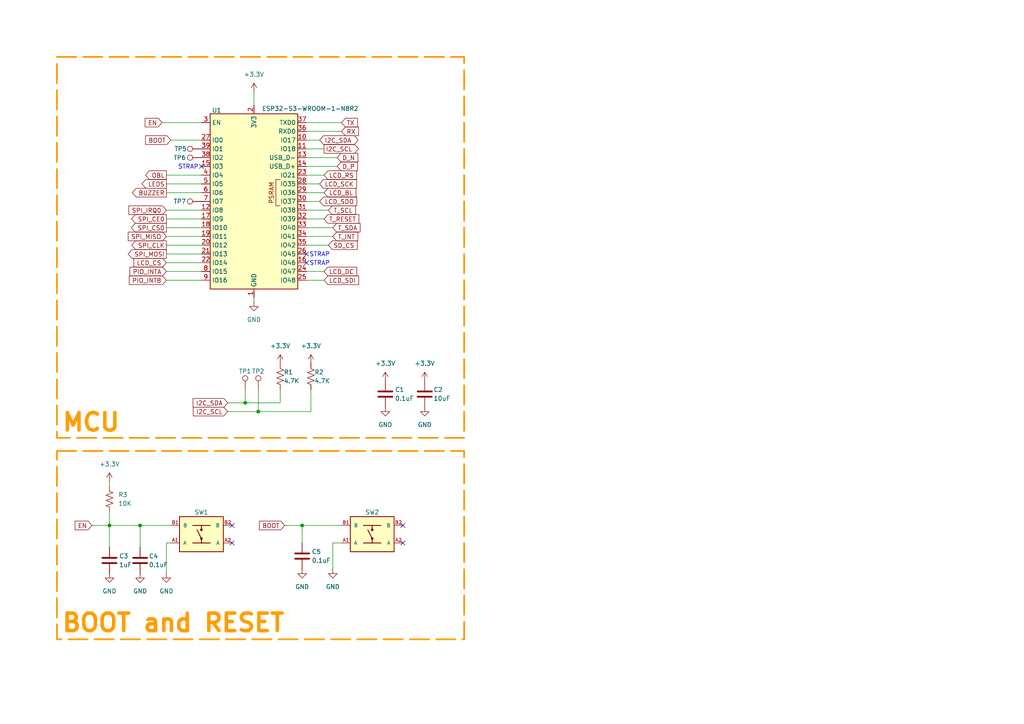
<source format=kicad_sch>
(kicad_sch (version 20250114) (generator "eeschema") (generator_version "9.0")
  (paper "A4")
  (lib_symbols
    (symbol "CRGM Switches:EVQ-Q2B02W" (pin_names (offset 1.016))
      (property "Reference" "SW" (at -6.3593 5.5931 0))
      (property "Value" "EVQ-Q2B02W" (at -6.604 -7.112 0))
      (symbol "EVQ-Q2B02W_0_0"
        (rectangle (start -6.35 5.08) (end 6.35 -5.08) (stroke (width 0.254)) (fill (type background)))
        (polyline (pts (xy -2.54 2.54) (xy 0 2.54)) (stroke (width 0.254)))
        (polyline (pts (xy -2.54 -2.54) (xy 0 -2.54)) (stroke (width 0.254)))
        (polyline (pts (xy 0 2.54) (xy 2.54 2.54)) (stroke (width 0.254)))
        (circle (center 0 1.27) (radius 0.254) (stroke (width 0.254)))
        (polyline (pts (xy 0 1.27) (xy 0 2.54)) (stroke (width 0.254)))
        (polyline (pts (xy 0 -1.27) (xy -1.27 1.27)) (stroke (width 0.254)))
        (polyline (pts (xy 0 -1.27) (xy 0 -2.54)) (stroke (width 0.254)))
        (circle (center 0 -1.27) (radius 0.254) (stroke (width 0.254)))
        (polyline (pts (xy 0 -2.54) (xy 2.54 -2.54)) (stroke (width 0.254)))
      )
      (symbol "EVQ-Q2B02W_1_0"
        (pin passive line (at -8.89 2.54 0) (length 2.54) (name "B") (number "B1"))
        (pin passive line (at -8.89 -2.54 0) (length 2.54) (name "A") (number "A1"))
        (pin passive line (at 8.89 2.54 180) (length 2.54) (name "B") (number "B2"))
        (pin passive line (at 8.89 -2.54 180) (length 2.54) (name "A") (number "A2"))
      )
    )
    (symbol "Connector:TestPoint" (pin_numbers (hide yes)) (pin_names (offset 0.762) (hide yes))
      (property "Reference" "TP" (at 0 6.858 0))
      (property "Value" "TestPoint" (at 0 5.08 0))
      (symbol "TestPoint_0_1"
        (circle (center 0 3.302) (radius 0.762))
      )
      (symbol "TestPoint_1_1"
        (pin passive line (at 0 0 90) (length 2.54) (name "1") (number "1"))
      )
    )
    (symbol "Device:C" (pin_numbers (hide yes)) (pin_names (offset 0.254))
      (property "Reference" "C" (at 0.635 2.54 0))
      (property "Value" "C" (at 0.635 -2.54 0))
      (symbol "C_0_1"
        (polyline (pts (xy -2.032 0.762) (xy 2.032 0.762)) (stroke (width 0.508)))
        (polyline (pts (xy -2.032 -0.762) (xy 2.032 -0.762)) (stroke (width 0.508)))
      )
      (symbol "C_1_1"
        (pin passive line (at 0 3.81 270) (length 2.794) (name "~") (number "1"))
        (pin passive line (at 0 -3.81 90) (length 2.794) (name "~") (number "2"))
      )
    )
    (symbol "Device:R_US" (pin_numbers (hide yes)) (pin_names (offset 0))
      (property "Reference" "R" (at 2.54 0 90))
      (property "Value" "R_US" (at -2.54 0 90))
      (symbol "R_US_0_1"
        (polyline (pts (xy 0 2.286) (xy 0 2.54)))
        (polyline (pts (xy 0 2.286) (xy 1.016 1.905) (xy 0 1.524) (xy -1.016 1.143) (xy 0 0.762)))
        (polyline (pts (xy 0 0.762) (xy 1.016 0.381) (xy 0 0) (xy -1.016 -0.381) (xy 0 -0.762)))
        (polyline (pts (xy 0 -0.762) (xy 1.016 -1.143) (xy 0 -1.524) (xy -1.016 -1.905) (xy 0 -2.286)))
        (polyline (pts (xy 0 -2.286) (xy 0 -2.54)))
      )
      (symbol "R_US_1_1"
        (pin passive line (at 0 3.81 270) (length 1.27) (name "~") (number "1"))
        (pin passive line (at 0 -3.81 90) (length 1.27) (name "~") (number "2"))
      )
    )
    (symbol "RF_Module:ESP32-S3-WROOM-1"
      (property "Reference" "U" (at -12.7 26.67 0))
      (property "Value" "ESP32-S3-WROOM-1" (at 12.7 26.67 0))
      (symbol "ESP32-S3-WROOM-1_0_0"
        (rectangle (start -12.7 25.4) (end 12.7 -25.4) (stroke (width 0.254)) (fill (type background)))
        (text "PSRAM" (at 5.08 2.54 900) (effects (font (size 1.27 1.27))))
      )
      (symbol "ESP32-S3-WROOM-1_0_1"
        (polyline (pts (xy 7.62 -1.27) (xy 6.35 -1.27) (xy 6.35 6.35) (xy 7.62 6.35)))
      )
      (symbol "ESP32-S3-WROOM-1_1_1"
        (pin input line (at -15.24 22.86 0) (length 2.54) (name "EN") (number "3"))
        (pin bidirectional line (at -15.24 17.78 0) (length 2.54) (name "IO0") (number "27"))
        (pin bidirectional line (at -15.24 15.24 0) (length 2.54) (name "IO1") (number "39"))
        (pin bidirectional line (at -15.24 12.7 0) (length 2.54) (name "IO2") (number "38"))
        (pin bidirectional line (at -15.24 10.16 0) (length 2.54) (name "IO3") (number "15"))
        (pin bidirectional line (at -15.24 7.62 0) (length 2.54) (name "IO4") (number "4"))
        (pin bidirectional line (at -15.24 5.08 0) (length 2.54) (name "IO5") (number "5"))
        (pin bidirectional line (at -15.24 2.54 0) (length 2.54) (name "IO6") (number "6"))
        (pin bidirectional line (at -15.24 0 0) (length 2.54) (name "IO7") (number "7"))
        (pin bidirectional line (at -15.24 -2.54 0) (length 2.54) (name "IO8") (number "12"))
        (pin bidirectional line (at -15.24 -5.08 0) (length 2.54) (name "IO9") (number "17"))
        (pin bidirectional line (at -15.24 -7.62 0) (length 2.54) (name "IO10") (number "18"))
        (pin bidirectional line (at -15.24 -10.16 0) (length 2.54) (name "IO11") (number "19"))
        (pin bidirectional line (at -15.24 -12.7 0) (length 2.54) (name "IO12") (number "20"))
        (pin bidirectional line (at -15.24 -15.24 0) (length 2.54) (name "IO13") (number "21"))
        (pin bidirectional line (at -15.24 -17.78 0) (length 2.54) (name "IO14") (number "22"))
        (pin bidirectional line (at -15.24 -20.32 0) (length 2.54) (name "IO15") (number "8"))
        (pin bidirectional line (at -15.24 -22.86 0) (length 2.54) (name "IO16") (number "9"))
        (pin power_in line (at 0 27.94 270) (length 2.54) (name "3V3") (number "2"))
        (pin power_in line (at 0 -27.94 90) (length 2.54) (name "GND") (number "1"))
        (pin passive line (at 0 -27.94 90) (length 2.54) (hide yes) (name "GND") (number "40"))
        (pin passive line (at 0 -27.94 90) (length 2.54) (hide yes) (name "GND") (number "41"))
        (pin bidirectional line (at 15.24 22.86 180) (length 2.54) (name "TXD0") (number "37"))
        (pin bidirectional line (at 15.24 20.32 180) (length 2.54) (name "RXD0") (number "36"))
        (pin bidirectional line (at 15.24 17.78 180) (length 2.54) (name "IO17") (number "10"))
        (pin bidirectional line (at 15.24 15.24 180) (length 2.54) (name "IO18") (number "11"))
        (pin bidirectional line (at 15.24 12.7 180) (length 2.54) (name "USB_D-") (number "13"))
        (pin bidirectional line (at 15.24 10.16 180) (length 2.54) (name "USB_D+") (number "14"))
        (pin bidirectional line (at 15.24 7.62 180) (length 2.54) (name "IO21") (number "23"))
        (pin bidirectional line (at 15.24 5.08 180) (length 2.54) (name "IO35") (number "28"))
        (pin bidirectional line (at 15.24 2.54 180) (length 2.54) (name "IO36") (number "29"))
        (pin bidirectional line (at 15.24 0 180) (length 2.54) (name "IO37") (number "30"))
        (pin bidirectional line (at 15.24 -2.54 180) (length 2.54) (name "IO38") (number "31"))
        (pin bidirectional line (at 15.24 -5.08 180) (length 2.54) (name "IO39") (number "32"))
        (pin bidirectional line (at 15.24 -7.62 180) (length 2.54) (name "IO40") (number "33"))
        (pin bidirectional line (at 15.24 -10.16 180) (length 2.54) (name "IO41") (number "34"))
        (pin bidirectional line (at 15.24 -12.7 180) (length 2.54) (name "IO42") (number "35"))
        (pin bidirectional line (at 15.24 -15.24 180) (length 2.54) (name "IO45") (number "26"))
        (pin bidirectional line (at 15.24 -17.78 180) (length 2.54) (name "IO46") (number "16"))
        (pin bidirectional line (at 15.24 -20.32 180) (length 2.54) (name "IO47") (number "24"))
        (pin bidirectional line (at 15.24 -22.86 180) (length 2.54) (name "IO48") (number "25"))
      )
    )
    (symbol "power:+3.3V" (power) (pin_numbers (hide yes)) (pin_names (offset 0) (hide yes))
      (property "Value" "+3.3V" (at 0 3.556 0))
      (symbol "+3.3V_0_1"
        (polyline (pts (xy -0.762 1.27) (xy 0 2.54)))
        (polyline (pts (xy 0 2.54) (xy 0.762 1.27)))
        (polyline (pts (xy 0 0) (xy 0 2.54)))
      )
      (symbol "+3.3V_1_1"
        (pin power_in line (at 0 0 90) (length 0) (name "~") (number "1"))
      )
    )
    (symbol "power:GND" (power) (pin_numbers (hide yes)) (pin_names (offset 0) (hide yes))
      (property "Value" "GND" (at 0 -3.81 0))
      (symbol "GND_0_1"
        (polyline (pts (xy 0 0) (xy 0 -1.27) (xy 1.27 -1.27) (xy 0 -2.54) (xy -1.27 -1.27) (xy 0 -1.27)))
      )
      (symbol "GND_1_1"
        (pin power_in line (at 0 0 270) (length 0) (name "~") (number "1"))
      )
    )
  )
  (rectangle (start 16.51 16.51) (end 134.62 127) (stroke (width 0.508) (type dash) (color 255 153 0 1)))
  (rectangle (start 16.51 130.81) (end 134.62 185.42) (stroke (width 0.508) (type dash) (color 255 153 0 1)))
  (text "MCU" (exclude_from_sim yes) (at 26.416 122.682 0) (effects (font (size 5.08 5.08) (thickness 1.016) (bold yes))))
  (text "STRAP" (at 54.61 48.514 0) (effects (font (size 1.27 1.27))))
  (text "STRAP" (at 92.71 73.914 0) (effects (font (size 1.27 1.27))))
  (text "STRAP" (at 92.71 76.454 0) (effects (font (size 1.27 1.27))))
  (text "BOOT and RESET" (exclude_from_sim yes) (at 50.292 180.848 0) (effects (font (size 5.08 5.08) (thickness 1.016) (bold yes))))
  (junction (at 74.93 119.38))
  (junction (at 87.63 152.4))
  (junction (at 31.75 152.4))
  (junction (at 40.64 152.4))
  (junction (at 71.12 116.84))
  (no_connect (at 67.31 157.48))
  (no_connect (at 88.9 76.2))
  (no_connect (at 116.84 152.4))
  (no_connect (at 58.42 48.26))
  (no_connect (at 116.84 157.48))
  (no_connect (at 88.9 73.66))
  (no_connect (at 67.31 152.4))
  (wire (pts (xy 88.9 48.26) (xy 97.79 48.26)))
  (wire (pts (xy 40.64 152.4) (xy 40.64 158.75)))
  (wire (pts (xy 49.53 40.64) (xy 58.42 40.64)))
  (wire (pts (xy 66.04 116.84) (xy 71.12 116.84)))
  (wire (pts (xy 88.9 66.04) (xy 96.52 66.04)))
  (wire (pts (xy 88.9 55.88) (xy 93.98 55.88)))
  (wire (pts (xy 87.63 152.4) (xy 87.63 157.48)))
  (wire (pts (xy 48.26 76.2) (xy 58.42 76.2)))
  (wire (pts (xy 48.26 63.5) (xy 58.42 63.5)))
  (wire (pts (xy 90.17 113.03) (xy 90.17 119.38)))
  (wire (pts (xy 74.93 119.38) (xy 90.17 119.38)))
  (wire (pts (xy 48.26 55.88) (xy 58.42 55.88)))
  (wire (pts (xy 88.9 68.58) (xy 96.52 68.58)))
  (wire (pts (xy 88.9 78.74) (xy 93.98 78.74)))
  (wire (pts (xy 87.63 152.4) (xy 99.06 152.4)))
  (wire (pts (xy 48.26 71.12) (xy 58.42 71.12)))
  (wire (pts (xy 48.26 81.28) (xy 58.42 81.28)))
  (wire (pts (xy 48.26 66.04) (xy 58.42 66.04)))
  (wire (pts (xy 88.9 60.96) (xy 95.25 60.96)))
  (wire (pts (xy 99.06 157.48) (xy 96.52 157.48)))
  (wire (pts (xy 48.26 68.58) (xy 58.42 68.58)))
  (wire (pts (xy 26.67 152.4) (xy 31.75 152.4)))
  (wire (pts (xy 48.26 166.37) (xy 48.26 157.48)))
  (wire (pts (xy 88.9 35.56) (xy 99.06 35.56)))
  (wire (pts (xy 74.93 119.38) (xy 74.93 113.03)))
  (wire (pts (xy 40.64 152.4) (xy 49.53 152.4)))
  (wire (pts (xy 73.66 87.63) (xy 73.66 86.36)))
  (wire (pts (xy 71.12 116.84) (xy 81.28 116.84)))
  (wire (pts (xy 71.12 116.84) (xy 71.12 113.03)))
  (wire (pts (xy 88.9 50.8) (xy 93.98 50.8)))
  (wire (pts (xy 88.9 63.5) (xy 93.98 63.5)))
  (wire (pts (xy 31.75 152.4) (xy 40.64 152.4)))
  (wire (pts (xy 46.99 35.56) (xy 58.42 35.56)))
  (wire (pts (xy 48.26 73.66) (xy 58.42 73.66)))
  (wire (pts (xy 88.9 53.34) (xy 92.71 53.34)))
  (wire (pts (xy 48.26 60.96) (xy 58.42 60.96)))
  (wire (pts (xy 48.26 50.8) (xy 58.42 50.8)))
  (wire (pts (xy 31.75 152.4) (xy 31.75 158.75)))
  (wire (pts (xy 82.55 152.4) (xy 87.63 152.4)))
  (wire (pts (xy 48.26 78.74) (xy 58.42 78.74)))
  (wire (pts (xy 88.9 40.64) (xy 92.71 40.64)))
  (wire (pts (xy 81.28 113.03) (xy 81.28 116.84)))
  (wire (pts (xy 88.9 58.42) (xy 92.71 58.42)))
  (wire (pts (xy 88.9 38.1) (xy 99.06 38.1)))
  (wire (pts (xy 88.9 43.18) (xy 93.98 43.18)))
  (wire (pts (xy 88.9 45.72) (xy 97.79 45.72)))
  (wire (pts (xy 31.75 148.59) (xy 31.75 152.4)))
  (wire (pts (xy 88.9 81.28) (xy 93.98 81.28)))
  (wire (pts (xy 73.66 26.67) (xy 73.66 30.48)))
  (wire (pts (xy 66.04 119.38) (xy 74.93 119.38)))
  (wire (pts (xy 48.26 53.34) (xy 58.42 53.34)))
  (wire (pts (xy 88.9 71.12) (xy 95.25 71.12)))
  (wire (pts (xy 48.26 157.48) (xy 49.53 157.48)))
  (wire (pts (xy 31.75 140.97) (xy 31.75 139.7)))
  (wire (pts (xy 96.52 157.48) (xy 96.52 165.1)))
  (global_label "SPI_IRQ0" (shape input) (at 48.26 60.96 180) (property "Intersheetrefs" "${INTERSHEET_REFS}" (at 36.8081 60.96 0) (effects (justify right))))
  (global_label "I2C_SDA" (shape input) (at 66.04 116.84 180) (property "Intersheetrefs" "${INTERSHEET_REFS}" (at 55.4348 116.84 0) (effects (justify right))))
  (global_label "EN" (shape input) (at 26.67 152.4 180) (property "Intersheetrefs" "${INTERSHEET_REFS}" (at 21.2053 152.4 0) (effects (justify right))))
  (global_label "T_SDA" (shape input) (at 96.52 66.04 0) (property "Intersheetrefs" "${INTERSHEET_REFS}" (at 105.0085 66.04 0) (effects (justify left))))
  (global_label "LCD_BL" (shape input) (at 93.98 55.88 0) (property "Intersheetrefs" "${INTERSHEET_REFS}" (at 103.799 55.88 0) (effects (justify left))))
  (global_label "SD_CS" (shape input) (at 95.25 71.12 0) (property "Intersheetrefs" "${INTERSHEET_REFS}" (at 104.1618 71.12 0) (effects (justify left))))
  (global_label "SPI_CE0" (shape output) (at 48.26 63.5 180) (property "Intersheetrefs" "${INTERSHEET_REFS}" (at 37.5944 63.5 0) (effects (justify right))))
  (global_label "BOOT" (shape input) (at 49.53 40.64 180) (property "Intersheetrefs" "${INTERSHEET_REFS}" (at 41.6462 40.64 0) (effects (justify right))))
  (global_label "OBL" (shape output) (at 48.26 50.8 180) (property "Intersheetrefs" "${INTERSHEET_REFS}" (at 41.6462 50.8 0) (effects (justify right))))
  (global_label "SPI_MOSI" (shape output) (at 48.26 73.66 180) (property "Intersheetrefs" "${INTERSHEET_REFS}" (at 36.6267 73.66 0) (effects (justify right))))
  (global_label "PIO_INTA" (shape input) (at 48.26 78.74 180) (property "Intersheetrefs" "${INTERSHEET_REFS}" (at 37.1104 78.74 0) (effects (justify right))))
  (global_label "T_INT" (shape input) (at 96.52 68.58 0) (property "Intersheetrefs" "${INTERSHEET_REFS}" (at 104.3433 68.58 0) (effects (justify left))))
  (global_label "EN" (shape input) (at 46.99 35.56 180) (property "Intersheetrefs" "${INTERSHEET_REFS}" (at 41.5253 35.56 0) (effects (justify right))))
  (global_label "PIO_INTB" (shape input) (at 48.26 81.28 180) (property "Intersheetrefs" "${INTERSHEET_REFS}" (at 36.929 81.28 0) (effects (justify right))))
  (global_label "D_P" (shape input) (at 97.79 48.26 0) (property "Intersheetrefs" "${INTERSHEET_REFS}" (at 104.2828 48.26 0) (effects (justify left))))
  (global_label "LCD_CS" (shape input) (at 48.26 76.2 180) (property "Intersheetrefs" "${INTERSHEET_REFS}" (at 38.2596 76.2 0) (effects (justify right))))
  (global_label "SPI_CLK" (shape output) (at 48.26 71.12 180) (property "Intersheetrefs" "${INTERSHEET_REFS}" (at 37.6548 71.12 0) (effects (justify right))))
  (global_label "SPI_MISO" (shape input) (at 48.26 68.58 180) (property "Intersheetrefs" "${INTERSHEET_REFS}" (at 36.6267 68.58 0) (effects (justify right))))
  (global_label "T_RESET" (shape input) (at 93.98 63.5 0) (property "Intersheetrefs" "${INTERSHEET_REFS}" (at 104.6455 63.5 0) (effects (justify left))))
  (global_label "I2C_SCL" (shape input) (at 66.04 119.38 180) (property "Intersheetrefs" "${INTERSHEET_REFS}" (at 55.4953 119.38 0) (effects (justify right))))
  (global_label "LCD_SDO" (shape input) (at 92.71 58.42 0) (property "Intersheetrefs" "${INTERSHEET_REFS}" (at 104.0409 58.42 0) (effects (justify left))))
  (global_label "BUZZER" (shape output) (at 48.26 55.88 180) (property "Intersheetrefs" "${INTERSHEET_REFS}" (at 37.8363 55.88 0) (effects (justify right))))
  (global_label "TX" (shape input) (at 99.06 35.56 0) (property "Intersheetrefs" "${INTERSHEET_REFS}" (at 104.2223 35.56 0) (effects (justify left))))
  (global_label "I2C_SCL" (shape output) (at 93.98 43.18 0) (property "Intersheetrefs" "${INTERSHEET_REFS}" (at 104.5247 43.18 0) (effects (justify left))))
  (global_label "BOOT" (shape input) (at 82.55 152.4 180) (property "Intersheetrefs" "${INTERSHEET_REFS}" (at 74.6662 152.4 0) (effects (justify right))))
  (global_label "I2C_SDA" (shape bidirectional) (at 92.71 40.64 0) (property "Intersheetrefs" "${INTERSHEET_REFS}" (at 104.4265 40.64 0) (effects (justify left))))
  (global_label "SPI_CS0" (shape output) (at 48.26 66.04 180) (property "Intersheetrefs" "${INTERSHEET_REFS}" (at 37.5339 66.04 0) (effects (justify right))))
  (global_label "D_N" (shape input) (at 97.79 45.72 0) (property "Intersheetrefs" "${INTERSHEET_REFS}" (at 104.3433 45.72 0) (effects (justify left))))
  (global_label "RX" (shape input) (at 99.06 38.1 0) (property "Intersheetrefs" "${INTERSHEET_REFS}" (at 104.5247 38.1 0) (effects (justify left))))
  (global_label "LCD_DC" (shape input) (at 93.98 78.74 0) (property "Intersheetrefs" "${INTERSHEET_REFS}" (at 104.0409 78.74 0) (effects (justify left))))
  (global_label "LEDS" (shape output) (at 48.26 53.34 180) (property "Intersheetrefs" "${INTERSHEET_REFS}" (at 40.6182 53.34 0) (effects (justify right))))
  (global_label "LCD_SCK" (shape input) (at 92.71 53.34 0) (property "Intersheetrefs" "${INTERSHEET_REFS}" (at 103.9804 53.34 0) (effects (justify left))))
  (global_label "T_SCL" (shape input) (at 95.25 60.96 0) (property "Intersheetrefs" "${INTERSHEET_REFS}" (at 103.678 60.96 0) (effects (justify left))))
  (global_label "LCD_RS" (shape input) (at 93.98 50.8 0) (property "Intersheetrefs" "${INTERSHEET_REFS}" (at 103.9804 50.8 0) (effects (justify left))))
  (global_label "LCD_SDI" (shape input) (at 93.98 81.28 0) (property "Intersheetrefs" "${INTERSHEET_REFS}" (at 104.5852 81.28 0) (effects (justify left))))
  (symbol (lib_id "power:GND") (at 31.75 166.37 0) (unit 1)
    (property "Reference" "#PWR010" (effects (hide yes)))
    (property "Value" "GND" (at 31.75 171.45 0))
    (property "Description" "Power symbol creates a global label with name \"GND\" , ground" (effects (hide yes)))
  )
  (symbol (lib_id "Device:R_US") (at 81.28 109.22 0) (unit 1)
    (property "Reference" "R1" (at 82.296 107.95 0) (effects (justify left)))
    (property "Value" "4.7K" (at 82.296 110.49 0) (effects (justify left)))
    (property "Footprint" "Resistor_SMD:R_0603_1608Metric" (effects (hide yes)))
    (property "Description" "Thick Film Resistors - SMD 1/10Watt 4.7Kohms 5%" (effects (hide yes)))
    (property "MN" "FOJAN" (effects (hide yes)))
    (property "MPN" "FRC0603J472 TS" (effects (hide yes)))
    (property "Mouser" "652-CR0603-JW-472ELF" (effects (hide yes)))
    (property "Digikey" "CR0603-JW-472ELFTR-ND" (effects (hide yes)))
    (property "LCSC" "C2907166" (effects (hide yes)))
  )
  (symbol (lib_id "Device:C") (at 40.64 162.56 0) (unit 1)
    (property "Reference" "C4" (at 43.18 161.29 0) (effects (justify left)))
    (property "Value" "0.1uF" (at 43.18 163.83 0) (effects (justify left)))
    (property "Footprint" "Capacitor_SMD:C_0603_1608Metric" (effects (hide yes)))
    (property "Description" "CAP CER 100nF 16V X5R 0603" (effects (hide yes)))
    (property "MN" "Samsung" (effects (hide yes)))
    (property "MPN" "CL10B104KO8NNNC" (effects (hide yes)))
    (property "Mouser" "187-CL10B104KO8NNNC" (effects (hide yes)))
    (property "Digikey" "1276-1005-2-ND" (effects (hide yes)))
    (property "LCSC" "C66501" (effects (hide yes)))
  )
  (symbol (lib_id "power:+3.3V") (at 81.28 105.41 0) (unit 1)
    (property "Reference" "#PWR01" (effects (hide yes)))
    (property "Value" "+3.3V" (at 81.28 100.33 0))
    (property "Description" "Power symbol creates a global label with name \"+3.3V\"" (effects (hide yes)))
  )
  (symbol (lib_id "power:GND") (at 111.76 118.11 0) (unit 1)
    (property "Reference" "#PWR06" (effects (hide yes)))
    (property "Value" "GND" (at 111.76 123.19 0))
    (property "Description" "Power symbol creates a global label with name \"GND\" , ground" (effects (hide yes)))
  )
  (symbol (lib_id "Device:R_US") (at 90.17 109.22 0) (unit 1)
    (property "Reference" "R2" (at 91.186 107.95 0) (effects (justify left)))
    (property "Value" "4.7K" (at 91.186 110.49 0) (effects (justify left)))
    (property "Footprint" "Resistor_SMD:R_0603_1608Metric" (effects (hide yes)))
    (property "Description" "Thick Film Resistors - SMD 1/10Watt 4.7Kohms 5%" (effects (hide yes)))
    (property "MN" "FOJAN" (effects (hide yes)))
    (property "MPN" "FRC0603J472 TS" (effects (hide yes)))
    (property "Mouser" "652-CR0603-JW-472ELF" (effects (hide yes)))
    (property "Digikey" "CR0603-JW-472ELFTR-ND" (effects (hide yes)))
    (property "LCSC" "C2907166" (effects (hide yes)))
  )
  (symbol (lib_id "power:GND") (at 87.63 165.1 0) (unit 1)
    (property "Reference" "#PWR015" (effects (hide yes)))
    (property "Value" "GND" (at 87.63 170.18 0))
    (property "Description" "Power symbol creates a global label with name \"GND\" , ground" (effects (hide yes)))
  )
  (symbol (lib_id "power:GND") (at 96.52 165.1 0) (unit 1)
    (property "Reference" "#PWR018" (effects (hide yes)))
    (property "Value" "GND" (at 96.52 170.18 0))
    (property "Description" "Power symbol creates a global label with name \"GND\" , ground" (effects (hide yes)))
  )
  (symbol (lib_id "power:+3.3V") (at 123.19 110.49 0) (unit 1)
    (property "Reference" "#PWR07" (effects (hide yes)))
    (property "Value" "+3.3V" (at 123.19 105.41 0))
    (property "Description" "Power symbol creates a global label with name \"+3.3V\"" (effects (hide yes)))
  )
  (symbol (lib_id "Device:R_US") (at 31.75 144.78 0) (unit 1)
    (property "Reference" "R3" (at 34.29 143.5099 0) (effects (justify left)))
    (property "Value" "10K" (at 34.29 146.0499 0) (effects (justify left)))
    (property "Footprint" "Resistor_SMD:R_0603_1608Metric" (effects (hide yes)))
    (property "Description" "Thick Film Resistors - SMD 1/10Watt 10Kohms 5%" (effects (hide yes)))
    (property "MN" "FOJAN" (effects (hide yes)))
    (property "MPN" "FRC0603J103TS" (effects (hide yes)))
    (property "Mouser" "652-CR0603-JW-103ELF" (effects (hide yes)))
    (property "Digikey" "CR0603-JW-103ELFTR-ND" (effects (hide yes)))
    (property "LCSC" "C2930027" (effects (hide yes)))
  )
  (symbol (lib_id "Device:C") (at 123.19 114.3 0) (unit 1)
    (property "Reference" "C2" (at 125.73 113.03 0) (effects (justify left)))
    (property "Value" "10uF" (at 125.73 115.57 0) (effects (justify left)))
    (property "Footprint" "Capacitor_SMD:C_0603_1608Metric" (effects (hide yes)))
    (property "Description" "CAP CER 10uF 16V X5R 0603" (effects (hide yes)))
    (property "MN" "Samsung" (effects (hide yes)))
    (property "MPN" "CL10A106MO8NQNC" (effects (hide yes)))
    (property "Mouser" "187-CL10A106MO8NQNC" (effects (hide yes)))
    (property "Digikey" "1276-1870-2-ND" (effects (hide yes)))
    (property "LCSC" "C92487" (effects (hide yes)))
  )
  (symbol (lib_id "Connector:TestPoint") (at 71.12 113.03 0) (unit 1) (in_bom no)
    (property "Reference" "TP1" (at 72.898 107.696 0) (effects (justify right)))
    (property "Value" "TP" (effects (hide yes)))
    (property "Footprint" "CRGM Mechanical:TestPoint_Pad_D1.0mm" (effects (hide yes)))
    (property "Description" "Test Point" (effects (hide yes)))
  )
  (symbol (lib_id "CRGM Switches:EVQ-Q2B02W") (at 107.95 154.94 0) (unit 1)
    (property "Reference" "SW2" (at 107.95 148.59 0))
    (property "Value" "EVQ-Q2B02W" (effects (hide yes)))
    (property "Footprint" "CRGM Switches:EVQ-Q2B02W" (effects (hide yes)))
    (property "Datasheet" "https://4donline.ihs.com/images/VipMasterIC/IC/PANA/PANA-S-A0000770395/PANA-S-A0000770395-1.pdf?hkey=CECEF36DEECDED6468708AAF2E19C0C6" (effects (hide yes)))
    (property "Description" "Tactile Switch; SPST" (effects (hide yes)))
    (property "Package" "SMD, 6MM SQ" (effects (hide yes)))
    (property "MN" "Panasonic" (effects (hide yes)))
    (property "MPN" "EVQ-Q2B02W" (effects (hide yes)))
    (property "Mouser" "667-EVQ-Q2B02W" (effects (hide yes)))
    (property "Digikey" "P12931STR-ND" (effects (hide yes)))
    (property "LCSC" "C2976606" (effects (hide yes)))
  )
  (symbol (lib_id "power:+3.3V") (at 90.17 105.41 0) (unit 1)
    (property "Reference" "#PWR02" (effects (hide yes)))
    (property "Value" "+3.3V" (at 90.17 100.33 0))
    (property "Description" "Power symbol creates a global label with name \"+3.3V\"" (effects (hide yes)))
  )
  (symbol (lib_id "Connector:TestPoint") (at 58.42 58.42 90) (unit 1) (in_bom no)
    (property "Reference" "TP7" (at 50.292 58.42 90) (effects (justify right)))
    (property "Value" "TP" (effects (hide yes)))
    (property "Footprint" "CRGM Mechanical:TestPoint_Pad_D1.0mm" (effects (hide yes)))
    (property "Description" "Test Point" (effects (hide yes)))
  )
  (symbol (lib_id "power:+3.3V") (at 111.76 110.49 0) (unit 1)
    (property "Reference" "#PWR05" (effects (hide yes)))
    (property "Value" "+3.3V" (at 111.76 105.41 0))
    (property "Description" "Power symbol creates a global label with name \"+3.3V\"" (effects (hide yes)))
  )
  (symbol (lib_id "Device:C") (at 31.75 162.56 0) (unit 1)
    (property "Reference" "C3" (at 34.544 161.29 0) (effects (justify left)))
    (property "Value" "1uF" (at 34.544 163.83 0) (effects (justify left)))
    (property "Footprint" "Capacitor_SMD:C_0603_1608Metric" (effects (hide yes)))
    (property "Description" "CAP CER 1uF 16V X5R 0603" (effects (hide yes)))
    (property "WVDC" "16V" (effects (hide yes)))
    (property "Tolerance" "10%" (effects (hide yes)))
    (property "Dielectric" "X5R" (effects (hide yes)))
    (property "MN" "HRE" (effects (hide yes)))
    (property "MPN" "CGA0603X5R105K160JT" (effects (hide yes)))
    (property "Mouser" "187-CL10B105KO8NNNC" (effects (hide yes)))
    (property "Digikey" "1276-1019-2-ND" (effects (hide yes)))
    (property "LCSC" "C6119849" (effects (hide yes)))
  )
  (symbol (lib_id "Device:C") (at 87.63 161.29 0) (unit 1)
    (property "Reference" "C5" (at 90.424 160.02 0) (effects (justify left)))
    (property "Value" "0.1uF" (at 90.424 162.56 0) (effects (justify left)))
    (property "Footprint" "Capacitor_SMD:C_0603_1608Metric" (effects (hide yes)))
    (property "Description" "CAP CER 100nF 16V X5R 0603" (effects (hide yes)))
    (property "MN" "Samsung" (effects (hide yes)))
    (property "MPN" "CL10B104KO8NNNC" (effects (hide yes)))
    (property "Digikey" "1276-1005-2-ND" (effects (hide yes)))
    (property "Mouser" "187-CL10B104KO8NNNC" (effects (hide yes)))
    (property "LCSC" "C66501" (effects (hide yes)))
  )
  (symbol (lib_id "CRGM Switches:EVQ-Q2B02W") (at 58.42 154.94 0) (unit 1)
    (property "Reference" "SW1" (at 58.42 148.59 0))
    (property "Value" "EVQ-Q2B02W" (effects (hide yes)))
    (property "Footprint" "CRGM Switches:EVQ-Q2B02W" (effects (hide yes)))
    (property "Datasheet" "https://4donline.ihs.com/images/VipMasterIC/IC/PANA/PANA-S-A0000770395/PANA-S-A0000770395-1.pdf?hkey=CECEF36DEECDED6468708AAF2E19C0C6" (effects (hide yes)))
    (property "Description" "Tactile Switch; SPST" (effects (hide yes)))
    (property "Package" "SMD, 6MM SQ" (effects (hide yes)))
    (property "MN" "Panasonic" (effects (hide yes)))
    (property "MPN" "EVQ-Q2B02W" (effects (hide yes)))
    (property "Mouser" "667-EVQ-Q2B02W" (effects (hide yes)))
    (property "Digikey" "P12931STR-ND" (effects (hide yes)))
    (property "LCSC" "C2976606" (effects (hide yes)))
  )
  (symbol (lib_id "Connector:TestPoint") (at 74.93 113.03 0) (unit 1) (in_bom no)
    (property "Reference" "TP2" (at 76.708 107.696 0) (effects (justify right)))
    (property "Value" "TP" (effects (hide yes)))
    (property "Footprint" "CRGM Mechanical:TestPoint_Pad_D1.0mm" (effects (hide yes)))
    (property "Description" "Test Point" (effects (hide yes)))
  )
  (symbol (lib_id "power:+3.3V") (at 73.66 26.67 0) (unit 1)
    (property "Reference" "#PWR03" (effects (hide yes)))
    (property "Value" "+3.3V" (at 73.66 21.59 0))
    (property "Description" "Power symbol creates a global label with name \"+3.3V\"" (effects (hide yes)))
  )
  (symbol (lib_id "power:GND") (at 73.66 87.63 0) (unit 1)
    (property "Reference" "#PWR04" (effects (hide yes)))
    (property "Value" "GND" (at 73.66 92.71 0))
    (property "Description" "Power symbol creates a global label with name \"GND\" , ground" (effects (hide yes)))
  )
  (symbol (lib_id "Device:C") (at 111.76 114.3 0) (unit 1)
    (property "Reference" "C1" (at 114.554 113.03 0) (effects (justify left)))
    (property "Value" "0.1uF" (at 114.554 115.57 0) (effects (justify left)))
    (property "Footprint" "Capacitor_SMD:C_0603_1608Metric" (effects (hide yes)))
    (property "Description" "CAP CER 100nF 16V X5R 0603" (effects (hide yes)))
    (property "MN" "Samsung" (effects (hide yes)))
    (property "MPN" "CL10B104KO8NNNC" (effects (hide yes)))
    (property "Mouser" "187-CL10B104KO8NNNC" (effects (hide yes)))
    (property "Digikey" "1276-1005-2-ND" (effects (hide yes)))
    (property "LCSC" "C66501" (effects (hide yes)))
  )
  (symbol (lib_id "Connector:TestPoint") (at 58.42 43.18 90) (unit 1) (in_bom no)
    (property "Reference" "TP5" (at 50.546 43.18 90) (effects (justify right)))
    (property "Value" "TP" (effects (hide yes)))
    (property "Footprint" "CRGM Mechanical:TestPoint_Pad_D1.0mm" (effects (hide yes)))
    (property "Description" "Test Point" (effects (hide yes)))
  )
  (symbol (lib_id "power:GND") (at 40.64 166.37 0) (unit 1)
    (property "Reference" "#PWR013" (effects (hide yes)))
    (property "Value" "GND" (at 40.64 171.45 0))
    (property "Description" "Power symbol creates a global label with name \"GND\" , ground" (effects (hide yes)))
  )
  (symbol (lib_id "power:GND") (at 123.19 118.11 0) (unit 1)
    (property "Reference" "#PWR08" (effects (hide yes)))
    (property "Value" "GND" (at 123.19 123.19 0))
    (property "Description" "Power symbol creates a global label with name \"GND\" , ground" (effects (hide yes)))
  )
  (symbol (lib_id "RF_Module:ESP32-S3-WROOM-1") (at 73.66 58.42 0) (unit 1)
    (property "Reference" "U1" (at 61.468 32.004 0) (effects (justify left)))
    (property "Value" "ESP32-S3-WROOM-1-N8R2" (at 75.946 31.496 0) (effects (justify left)))
    (property "Footprint" "CRG Makes:ESP32-S3-WROOM-1-N8R2" (effects (hide yes)))
    (property "Datasheet" "https://www.espressif.com/sites/default/files/documentation/esp32-s3-wroom-1_wroom-1u_datasheet_en.pdf" (effects (hide yes)))
    (property "Description" "RF Module, ESP32-S3 SoC" (effects (hide yes)))
    (property "MN" "Espressif Systems" (effects (hide yes)))
    (property "MPN" "ESP32-S3-WROOM-1-N8R2" (effects (hide yes)))
    (property "Mouser" "356-ESP32-S3WRM1N8R2" (effects (hide yes)))
    (property "Digikey" "5407-ESP32-S3-WROOM-1-N8R2-ND" (effects (hide yes)))
    (property "LCSC" "C2913204" (effects (hide yes)))
  )
  (symbol (lib_id "power:+3.3V") (at 31.75 139.7 0) (unit 1)
    (property "Reference" "#PWR09" (effects (hide yes)))
    (property "Value" "+3.3V" (at 31.75 134.62 0))
    (property "Description" "Power symbol creates a global label with name \"+3.3V\"" (effects (hide yes)))
  )
  (symbol (lib_id "Connector:TestPoint") (at 58.42 45.72 90) (unit 1) (in_bom no)
    (property "Reference" "TP6" (at 50.292 45.72 90) (effects (justify right)))
    (property "Value" "TP" (effects (hide yes)))
    (property "Footprint" "CRGM Mechanical:TestPoint_Pad_D1.0mm" (effects (hide yes)))
    (property "Description" "Test Point" (effects (hide yes)))
  )
  (symbol (lib_id "power:GND") (at 48.26 166.37 0) (unit 1)
    (property "Reference" "#PWR014" (effects (hide yes)))
    (property "Value" "GND" (at 48.26 171.45 0))
    (property "Description" "Power symbol creates a global label with name \"GND\" , ground" (effects (hide yes)))
  )
)
</source>
